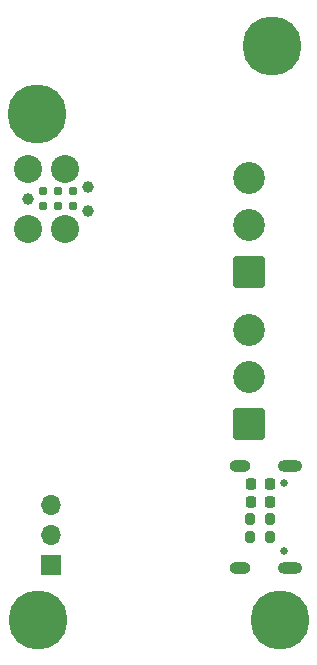
<source format=gbs>
G04 #@! TF.GenerationSoftware,KiCad,Pcbnew,7.0.9+1*
G04 #@! TF.CreationDate,2024-01-15T22:22:17-05:00*
G04 #@! TF.ProjectId,2812-32-mini,32383132-2d33-4322-9d6d-696e692e6b69,rev?*
G04 #@! TF.SameCoordinates,Original*
G04 #@! TF.FileFunction,Soldermask,Bot*
G04 #@! TF.FilePolarity,Negative*
%FSLAX46Y46*%
G04 Gerber Fmt 4.6, Leading zero omitted, Abs format (unit mm)*
G04 Created by KiCad (PCBNEW 7.0.9+1) date 2024-01-15 22:22:17*
%MOMM*%
%LPD*%
G01*
G04 APERTURE LIST*
G04 Aperture macros list*
%AMRoundRect*
0 Rectangle with rounded corners*
0 $1 Rounding radius*
0 $2 $3 $4 $5 $6 $7 $8 $9 X,Y pos of 4 corners*
0 Add a 4 corners polygon primitive as box body*
4,1,4,$2,$3,$4,$5,$6,$7,$8,$9,$2,$3,0*
0 Add four circle primitives for the rounded corners*
1,1,$1+$1,$2,$3*
1,1,$1+$1,$4,$5*
1,1,$1+$1,$6,$7*
1,1,$1+$1,$8,$9*
0 Add four rect primitives between the rounded corners*
20,1,$1+$1,$2,$3,$4,$5,0*
20,1,$1+$1,$4,$5,$6,$7,0*
20,1,$1+$1,$6,$7,$8,$9,0*
20,1,$1+$1,$8,$9,$2,$3,0*%
G04 Aperture macros list end*
%ADD10C,5.000000*%
%ADD11RoundRect,0.250001X1.099999X-1.099999X1.099999X1.099999X-1.099999X1.099999X-1.099999X-1.099999X0*%
%ADD12C,2.700000*%
%ADD13C,0.650000*%
%ADD14O,2.100000X1.000000*%
%ADD15O,1.800000X1.000000*%
%ADD16R,1.700000X1.700000*%
%ADD17O,1.700000X1.700000*%
%ADD18RoundRect,0.225000X0.225000X0.250000X-0.225000X0.250000X-0.225000X-0.250000X0.225000X-0.250000X0*%
%ADD19RoundRect,0.200000X0.200000X0.275000X-0.200000X0.275000X-0.200000X-0.275000X0.200000X-0.275000X0*%
%ADD20C,2.374900*%
%ADD21C,0.990600*%
%ADD22C,0.787400*%
G04 APERTURE END LIST*
D10*
X79800000Y-26500000D03*
X99700000Y-20700000D03*
X79900000Y-69300000D03*
D11*
X97750000Y-39837500D03*
D12*
X97750000Y-35877500D03*
X97750000Y-31917500D03*
D11*
X97760000Y-52700000D03*
D12*
X97760000Y-48740000D03*
X97760000Y-44780000D03*
D13*
X100690000Y-57710000D03*
X100690000Y-63490000D03*
D14*
X101210000Y-56280000D03*
D15*
X97010000Y-56280000D03*
D14*
X101210000Y-64920000D03*
D15*
X97010000Y-64920000D03*
D10*
X100400000Y-69300000D03*
D16*
X81000000Y-64680000D03*
D17*
X81000000Y-62140000D03*
X81000000Y-59600000D03*
D18*
X99500000Y-59300000D03*
X97950000Y-59300000D03*
D19*
X99500000Y-62300000D03*
X97850000Y-62300000D03*
D20*
X79025000Y-31120000D03*
D21*
X79025000Y-33660000D03*
D20*
X79025000Y-36200000D03*
X82200000Y-31120000D03*
X82200000Y-36200000D03*
D21*
X84105000Y-32644000D03*
X84105000Y-34676000D03*
D22*
X80295000Y-33025000D03*
X80295000Y-34295000D03*
X81565000Y-33025000D03*
X81565000Y-34295000D03*
X82835000Y-33025000D03*
X82835000Y-34295000D03*
D19*
X99500000Y-60800000D03*
X97850000Y-60800000D03*
D18*
X99500000Y-57800000D03*
X97950000Y-57800000D03*
M02*

</source>
